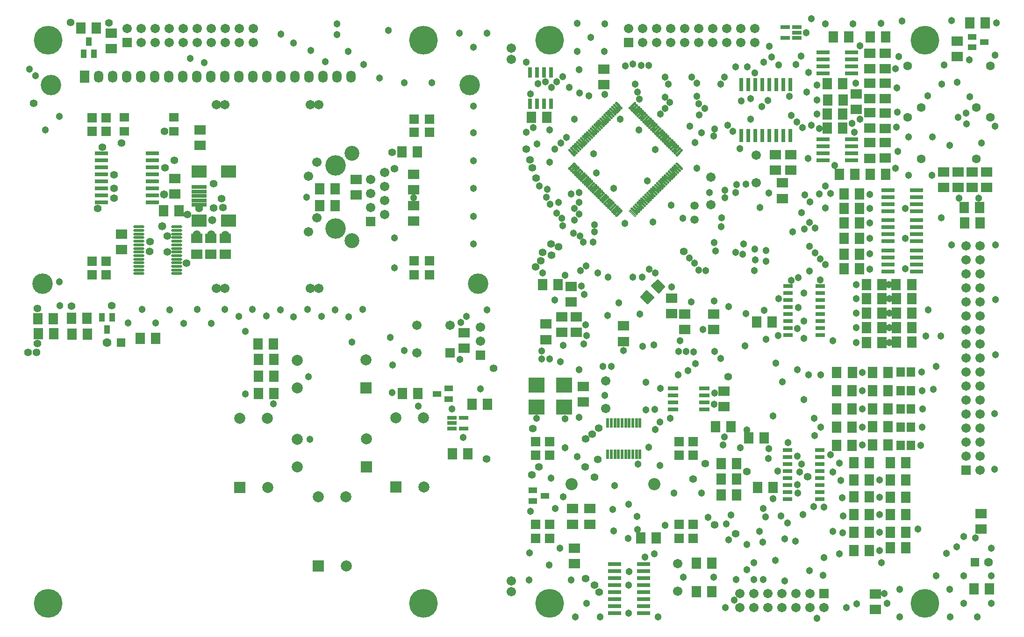
<source format=gts>
%FSLAX43Y43*%
%MOMM*%
G71*
G01*
G75*
%ADD10C,0.300*%
%ADD11R,1.800X1.600*%
%ADD12R,1.500X1.300*%
%ADD13O,1.800X0.350*%
%ADD14O,1.800X0.350*%
%ADD15R,2.500X0.500*%
%ADD16R,2.500X2.000*%
%ADD17R,1.600X1.800*%
%ADD18R,2.150X0.600*%
%ADD19R,2.150X0.600*%
%ADD20R,0.850X1.300*%
%ADD21R,1.300X0.850*%
%ADD22R,1.450X0.550*%
%ADD23R,1.450X0.550*%
%ADD24C,0.250*%
%ADD25R,0.300X1.600*%
%ADD26R,2.200X0.600*%
%ADD27R,2.700X2.500*%
%ADD28R,0.600X2.150*%
%ADD29R,1.550X0.600*%
%ADD30R,0.600X1.700*%
%ADD31R,1.300X1.500*%
%ADD32R,1.550X0.600*%
%ADD33R,2.200X0.550*%
%ADD34R,2.200X0.550*%
%ADD35R,2.200X0.600*%
%ADD36C,0.063*%
%ADD37R,0.600X2.150*%
%ADD38R,1.700X0.600*%
%ADD39R,1.700X0.600*%
%ADD40C,0.500*%
%ADD41C,1.000*%
%ADD42C,0.400*%
%ADD43C,0.600*%
%ADD44C,0.800*%
%ADD45C,0.100*%
%ADD46C,1.200*%
%ADD47R,1.500X1.500*%
%ADD48C,1.500*%
%ADD49C,1.800*%
%ADD50R,1.800X1.800*%
%ADD51O,1.500X2.000*%
%ADD52R,1.500X2.000*%
%ADD53R,1.400X1.400*%
%ADD54C,1.400*%
%ADD55C,2.500*%
%ADD56C,3.500*%
%ADD57C,5.000*%
%ADD58C,1.100*%
%ADD59C,1.500*%
%ADD60C,2.000*%
%ADD61C,1.300*%
%ADD62C,1.270*%
%ADD63R,0.950X0.900*%
%ADD64C,0.700*%
%ADD65R,2.003X1.803*%
%ADD66R,1.703X1.503*%
%ADD67O,2.003X0.553*%
%ADD68O,2.003X0.553*%
%ADD69R,2.703X0.703*%
%ADD70R,2.703X2.203*%
%ADD71R,1.803X2.003*%
%ADD72R,2.353X0.803*%
%ADD73R,2.353X0.803*%
%ADD74R,1.053X1.503*%
%ADD75R,1.503X1.053*%
%ADD76R,1.653X0.753*%
%ADD77R,1.653X0.753*%
%ADD78R,0.503X1.803*%
%ADD79R,2.403X0.803*%
%ADD80R,2.903X2.703*%
%ADD81R,0.803X2.353*%
%ADD82R,1.753X0.803*%
%ADD83R,0.803X1.903*%
%ADD84R,1.503X1.703*%
%ADD85R,1.753X0.803*%
%ADD86R,2.403X0.753*%
%ADD87R,2.403X0.753*%
%ADD88R,2.403X0.803*%
%ADD89R,0.803X2.353*%
%ADD90R,1.903X0.803*%
%ADD91R,1.903X0.803*%
%ADD92C,1.403*%
%ADD93R,1.703X1.703*%
%ADD94C,1.703*%
%ADD95C,2.003*%
%ADD96R,2.003X2.003*%
%ADD97O,1.703X2.203*%
%ADD98R,1.703X2.203*%
%ADD99R,1.603X1.603*%
%ADD100C,1.603*%
%ADD101C,2.703*%
%ADD102C,3.703*%
%ADD103C,5.203*%
%ADD104C,1.303*%
%ADD105C,1.703*%
%ADD106C,2.203*%
%ADD107C,1.503*%
%ADD108C,1.473*%
D42*
X101136Y87556D02*
X102020Y86673D01*
X101982Y86635D02*
G03*
X102020Y86673I19J19D01*
G01*
X101098Y87519D02*
X101982Y86635D01*
X101136Y87556D02*
G03*
X101098Y87519I-19J-19D01*
G01*
X119483Y86319D02*
X120367Y87203D01*
X120404Y87165D02*
G03*
X120367Y87203I-19J19D01*
G01*
X119520Y86281D02*
X120404Y87165D01*
X119483Y86319D02*
G03*
X119520Y86281I19J-19D01*
G01*
X116535Y61114D02*
X115402Y62248D01*
X116394Y63240D01*
X117528Y62107D01*
X116535Y61114D01*
Y61586D02*
X115873Y62248D01*
X116394Y62769D01*
X117056Y62107D01*
X116535Y61586D01*
Y62057D02*
X116345Y62248D01*
X116394Y62297D01*
X116585Y62107D01*
X116535Y62057D01*
X116465Y62159D02*
Y62195D01*
X114555Y59134D02*
X113422Y60268D01*
X114414Y61260D01*
X115548Y60127D01*
X114555Y59134D01*
Y59606D02*
X113893Y60268D01*
X114414Y60789D01*
X115076Y60127D01*
X114555Y59606D01*
Y60077D02*
X114365Y60268D01*
X114414Y60318D01*
X114605Y60127D01*
X114555Y60077D01*
X114485Y60179D02*
Y60215D01*
X103611Y90031D02*
X104494Y89147D01*
X104457Y89110D02*
G03*
X104494Y89147I19J19D01*
G01*
X103573Y89994D02*
X104457Y89110D01*
X103611Y90031D02*
G03*
X103573Y89994I-19J-19D01*
G01*
X100782Y87203D02*
X101666Y86319D01*
X101628Y86281D02*
G03*
X101666Y86319I19J19D01*
G01*
X100745Y87165D02*
X101628Y86281D01*
X100782Y87203D02*
G03*
X100745Y87165I-19J-19D01*
G01*
X100429Y86849D02*
X101312Y85965D01*
X101275Y85928D02*
G03*
X101312Y85965I19J19D01*
G01*
X100391Y86812D02*
X101275Y85928D01*
X100429Y86849D02*
G03*
X100391Y86812I-19J-19D01*
G01*
X113510Y78011D02*
X114394Y77127D01*
X114356Y77089D02*
G03*
X114394Y77127I19J19D01*
G01*
X113472Y77973D02*
X114356Y77089D01*
X113510Y78011D02*
G03*
X113472Y77973I-19J-19D01*
G01*
X119874Y84375D02*
X120758Y83491D01*
X120720Y83453D02*
G03*
X120758Y83491I19J19D01*
G01*
X119836Y84337D02*
X120720Y83453D01*
X119874Y84375D02*
G03*
X119836Y84337I-19J-19D01*
G01*
X119520Y84021D02*
X120404Y83137D01*
X120367Y83099D02*
G03*
X120404Y83137I19J19D01*
G01*
X119483Y83983D02*
X120367Y83099D01*
X119520Y84021D02*
G03*
X119483Y83983I-19J-19D01*
G01*
X118460Y82960D02*
X119344Y82076D01*
X119306Y82039D02*
G03*
X119344Y82076I19J19D01*
G01*
X118422Y82923D02*
X119306Y82039D01*
X118460Y82960D02*
G03*
X118422Y82923I-19J-19D01*
G01*
X118106Y82607D02*
X118990Y81723D01*
X118952Y81685D02*
G03*
X118990Y81723I19J19D01*
G01*
X118069Y82569D02*
X118952Y81685D01*
X118106Y82607D02*
G03*
X118069Y82569I-19J-19D01*
G01*
X117753Y82253D02*
X118637Y81369D01*
X118599Y81332D02*
G03*
X118637Y81369I19J19D01*
G01*
X117715Y82216D02*
X118599Y81332D01*
X117753Y82253D02*
G03*
X117715Y82216I-19J-19D01*
G01*
X117046Y81546D02*
X117929Y80662D01*
X117892Y80625D02*
G03*
X117929Y80662I19J19D01*
G01*
X117008Y81508D02*
X117892Y80625D01*
X117046Y81546D02*
G03*
X117008Y81508I-19J-19D01*
G01*
X116338Y80839D02*
X117222Y79955D01*
X117185Y79917D02*
G03*
X117222Y79955I19J19D01*
G01*
X116301Y80801D02*
X117185Y79917D01*
X116338Y80839D02*
G03*
X116301Y80801I-19J-19D01*
G01*
X115985Y80485D02*
X116869Y79602D01*
X116831Y79564D02*
G03*
X116869Y79602I19J19D01*
G01*
X115947Y80448D02*
X116831Y79564D01*
X115985Y80485D02*
G03*
X115947Y80448I-19J-19D01*
G01*
X115631Y80132D02*
X116515Y79248D01*
X116478Y79210D02*
G03*
X116515Y79248I19J19D01*
G01*
X115594Y80094D02*
X116478Y79210D01*
X115631Y80132D02*
G03*
X115594Y80094I-19J-19D01*
G01*
X115278Y79778D02*
X116162Y78894D01*
X116124Y78857D02*
G03*
X116162Y78894I19J19D01*
G01*
X115240Y79741D02*
X116124Y78857D01*
X115278Y79778D02*
G03*
X115240Y79741I-19J-19D01*
G01*
X114924Y79425D02*
X115808Y78541D01*
X115771Y78503D02*
G03*
X115808Y78541I19J19D01*
G01*
X114887Y79387D02*
X115771Y78503D01*
X114924Y79425D02*
G03*
X114887Y79387I-19J-19D01*
G01*
X114571Y79071D02*
X115455Y78187D01*
X115417Y78150D02*
G03*
X115455Y78187I19J19D01*
G01*
X114533Y79034D02*
X115417Y78150D01*
X114571Y79071D02*
G03*
X114533Y79034I-19J-19D01*
G01*
X114217Y78718D02*
X115101Y77834D01*
X115063Y77796D02*
G03*
X115101Y77834I19J19D01*
G01*
X114180Y78680D02*
X115063Y77796D01*
X114217Y78718D02*
G03*
X114180Y78680I-19J-19D01*
G01*
X113864Y78364D02*
X114747Y77480D01*
X114710Y77443D02*
G03*
X114747Y77480I19J19D01*
G01*
X113826Y78326D02*
X114710Y77443D01*
X113864Y78364D02*
G03*
X113826Y78326I-19J-19D01*
G01*
X113157Y77657D02*
X114040Y76773D01*
X114003Y76735D02*
G03*
X114040Y76773I19J19D01*
G01*
X113119Y77619D02*
X114003Y76735D01*
X113157Y77657D02*
G03*
X113119Y77619I-19J-19D01*
G01*
X112803Y77303D02*
X113687Y76420D01*
X113649Y76382D02*
G03*
X113687Y76420I19J19D01*
G01*
X112765Y77266D02*
X113649Y76382D01*
X112803Y77303D02*
G03*
X112765Y77266I-19J-19D01*
G01*
X112449Y76950D02*
X113333Y76066D01*
X113296Y76028D02*
G03*
X113333Y76066I19J19D01*
G01*
X112412Y76912D02*
X113296Y76028D01*
X112449Y76950D02*
G03*
X112412Y76912I-19J-19D01*
G01*
X112096Y76596D02*
X112980Y75712D01*
X112942Y75675D02*
G03*
X112980Y75712I19J19D01*
G01*
X112058Y76559D02*
X112942Y75675D01*
X112096Y76596D02*
G03*
X112058Y76559I-19J-19D01*
G01*
X111742Y76243D02*
X112626Y75359D01*
X112589Y75321D02*
G03*
X112626Y75359I19J19D01*
G01*
X111705Y76205D02*
X112589Y75321D01*
X111742Y76243D02*
G03*
X111705Y76205I-19J-19D01*
G01*
X111351Y94451D02*
X112235Y95335D01*
X112273Y95297D02*
G03*
X112235Y95335I-19J19D01*
G01*
X111389Y94413D02*
X112273Y95297D01*
X111351Y94451D02*
G03*
X111389Y94413I19J-19D01*
G01*
X111705Y94097D02*
X112589Y94981D01*
X112626Y94944D02*
G03*
X112589Y94981I-19J19D01*
G01*
X111742Y94060D02*
X112626Y94944D01*
X111705Y94097D02*
G03*
X111742Y94060I19J-19D01*
G01*
X112058Y93744D02*
X112942Y94628D01*
X112980Y94590D02*
G03*
X112942Y94628I-19J19D01*
G01*
X112096Y93706D02*
X112980Y94590D01*
X112058Y93744D02*
G03*
X112096Y93706I19J-19D01*
G01*
X112412Y93390D02*
X113296Y94274D01*
X113333Y94236D02*
G03*
X113296Y94274I-19J19D01*
G01*
X112449Y93353D02*
X113333Y94236D01*
X112412Y93390D02*
G03*
X112449Y93353I19J-19D01*
G01*
X112765Y93037D02*
X113649Y93920D01*
X113687Y93883D02*
G03*
X113649Y93920I-19J19D01*
G01*
X112803Y92999D02*
X113687Y93883D01*
X112765Y93037D02*
G03*
X112803Y92999I19J-19D01*
G01*
X113472Y92329D02*
X114356Y93213D01*
X114394Y93176D02*
G03*
X114356Y93213I-19J19D01*
G01*
X113510Y92292D02*
X114394Y93176D01*
X113472Y92329D02*
G03*
X113510Y92292I19J-19D01*
G01*
X113826Y91976D02*
X114710Y92860D01*
X114747Y92822D02*
G03*
X114710Y92860I-19J19D01*
G01*
X113864Y91938D02*
X114747Y92822D01*
X113826Y91976D02*
G03*
X113864Y91938I19J-19D01*
G01*
X114180Y91622D02*
X115063Y92506D01*
X115101Y92469D02*
G03*
X115063Y92506I-19J19D01*
G01*
X114217Y91585D02*
X115101Y92469D01*
X114180Y91622D02*
G03*
X114217Y91585I19J-19D01*
G01*
X114533Y91269D02*
X115417Y92153D01*
X115455Y92115D02*
G03*
X115417Y92153I-19J19D01*
G01*
X114571Y91231D02*
X115455Y92115D01*
X114533Y91269D02*
G03*
X114571Y91231I19J-19D01*
G01*
X114887Y90915D02*
X115771Y91799D01*
X115808Y91761D02*
G03*
X115771Y91799I-19J19D01*
G01*
X114924Y90878D02*
X115808Y91761D01*
X114887Y90915D02*
G03*
X114924Y90878I19J-19D01*
G01*
X115947Y89855D02*
X116831Y90738D01*
X116869Y90701D02*
G03*
X116831Y90738I-19J19D01*
G01*
X115985Y89817D02*
X116869Y90701D01*
X115947Y89855D02*
G03*
X115985Y89817I19J-19D01*
G01*
X116301Y89501D02*
X117185Y90385D01*
X117222Y90347D02*
G03*
X117185Y90385I-19J19D01*
G01*
X116338Y89463D02*
X117222Y90347D01*
X116301Y89501D02*
G03*
X116338Y89463I19J-19D01*
G01*
X117008Y88794D02*
X117892Y89678D01*
X117929Y89640D02*
G03*
X117892Y89678I-19J19D01*
G01*
X117046Y88756D02*
X117929Y89640D01*
X117008Y88794D02*
G03*
X117046Y88756I19J-19D01*
G01*
X117362Y88440D02*
X118245Y89324D01*
X118283Y89287D02*
G03*
X118245Y89324I-19J19D01*
G01*
X117399Y88403D02*
X118283Y89287D01*
X117362Y88440D02*
G03*
X117399Y88403I19J-19D01*
G01*
X117715Y88087D02*
X118599Y88971D01*
X118637Y88933D02*
G03*
X118599Y88971I-19J19D01*
G01*
X117753Y88049D02*
X118637Y88933D01*
X117715Y88087D02*
G03*
X117753Y88049I19J-19D01*
G01*
X118069Y87733D02*
X118952Y88617D01*
X118990Y88580D02*
G03*
X118952Y88617I-19J19D01*
G01*
X118106Y87696D02*
X118990Y88580D01*
X118069Y87733D02*
G03*
X118106Y87696I19J-19D01*
G01*
X118422Y87380D02*
X119306Y88264D01*
X119344Y88226D02*
G03*
X119306Y88264I-19J19D01*
G01*
X118460Y87342D02*
X119344Y88226D01*
X118422Y87380D02*
G03*
X118460Y87342I19J-19D01*
G01*
X118776Y87026D02*
X119660Y87910D01*
X119697Y87872D02*
G03*
X119660Y87910I-19J19D01*
G01*
X118813Y86989D02*
X119697Y87872D01*
X118776Y87026D02*
G03*
X118813Y86989I19J-19D01*
G01*
X119129Y86673D02*
X120013Y87556D01*
X120051Y87519D02*
G03*
X120013Y87556I-19J19D01*
G01*
X119167Y86635D02*
X120051Y87519D01*
X119129Y86673D02*
G03*
X119167Y86635I19J-19D01*
G01*
X119836Y85965D02*
X120720Y86849D01*
X120758Y86812D02*
G03*
X120720Y86849I-19J19D01*
G01*
X119874Y85928D02*
X120758Y86812D01*
X119836Y85965D02*
G03*
X119874Y85928I19J-19D01*
G01*
X101489Y87910D02*
X102373Y87026D01*
X102336Y86989D02*
G03*
X102373Y87026I19J19D01*
G01*
X101452Y87872D02*
X102336Y86989D01*
X101489Y87910D02*
G03*
X101452Y87872I-19J-19D01*
G01*
X101843Y88264D02*
X102727Y87380D01*
X102689Y87342D02*
G03*
X102727Y87380I19J19D01*
G01*
X101805Y88226D02*
X102689Y87342D01*
X101843Y88264D02*
G03*
X101805Y88226I-19J-19D01*
G01*
X102196Y88617D02*
X103080Y87733D01*
X103043Y87696D02*
G03*
X103080Y87733I19J19D01*
G01*
X102159Y88580D02*
X103043Y87696D01*
X102196Y88617D02*
G03*
X102159Y88580I-19J-19D01*
G01*
X102550Y88971D02*
X103434Y88087D01*
X103396Y88049D02*
G03*
X103434Y88087I19J19D01*
G01*
X102512Y88933D02*
X103396Y88049D01*
X102550Y88971D02*
G03*
X102512Y88933I-19J-19D01*
G01*
X102903Y89324D02*
X103787Y88440D01*
X103750Y88403D02*
G03*
X103787Y88440I19J19D01*
G01*
X102866Y89287D02*
X103750Y88403D01*
X102903Y89324D02*
G03*
X102866Y89287I-19J-19D01*
G01*
X103257Y89678D02*
X104141Y88794D01*
X104103Y88756D02*
G03*
X104141Y88794I19J19D01*
G01*
X103219Y89640D02*
X104103Y88756D01*
X103257Y89678D02*
G03*
X103219Y89640I-19J-19D01*
G01*
X103964Y90385D02*
X104848Y89501D01*
X104810Y89463D02*
G03*
X104848Y89501I19J19D01*
G01*
X103926Y90347D02*
X104810Y89463D01*
X103964Y90385D02*
G03*
X103926Y90347I-19J-19D01*
G01*
X104318Y90738D02*
X105202Y89855D01*
X105164Y89817D02*
G03*
X105202Y89855I19J19D01*
G01*
X104280Y90701D02*
X105164Y89817D01*
X104318Y90738D02*
G03*
X104280Y90701I-19J-19D01*
G01*
X104671Y91092D02*
X105555Y90208D01*
X105517Y90171D02*
G03*
X105555Y90208I19J19D01*
G01*
X104634Y91054D02*
X105517Y90171D01*
X104671Y91092D02*
G03*
X104634Y91054I-19J-19D01*
G01*
X105025Y91446D02*
X105909Y90562D01*
X105871Y90524D02*
G03*
X105909Y90562I19J19D01*
G01*
X104987Y91408D02*
X105871Y90524D01*
X105025Y91446D02*
G03*
X104987Y91408I-19J-19D01*
G01*
X105378Y91799D02*
X106262Y90915D01*
X106225Y90878D02*
G03*
X106262Y90915I19J19D01*
G01*
X105341Y91762D02*
X106225Y90878D01*
X105378Y91799D02*
G03*
X105341Y91762I-19J-19D01*
G01*
X105732Y92153D02*
X106616Y91269D01*
X106578Y91231D02*
G03*
X106616Y91269I19J19D01*
G01*
X105694Y92115D02*
X106578Y91231D01*
X105732Y92153D02*
G03*
X105694Y92115I-19J-19D01*
G01*
X106085Y92506D02*
X106969Y91622D01*
X106932Y91585D02*
G03*
X106969Y91622I19J19D01*
G01*
X106048Y92469D02*
X106932Y91585D01*
X106085Y92506D02*
G03*
X106048Y92469I-19J-19D01*
G01*
X106439Y92860D02*
X107323Y91976D01*
X107285Y91938D02*
G03*
X107323Y91976I19J19D01*
G01*
X106401Y92822D02*
X107285Y91938D01*
X106439Y92860D02*
G03*
X106401Y92822I-19J-19D01*
G01*
X106793Y93213D02*
X107676Y92329D01*
X107639Y92292D02*
G03*
X107676Y92329I19J19D01*
G01*
X106755Y93176D02*
X107639Y92292D01*
X106793Y93213D02*
G03*
X106755Y93176I-19J-19D01*
G01*
X107146Y93567D02*
X108030Y92683D01*
X107992Y92645D02*
G03*
X108030Y92683I19J19D01*
G01*
X107108Y93529D02*
X107992Y92645D01*
X107146Y93567D02*
G03*
X107108Y93529I-19J-19D01*
G01*
X107500Y93920D02*
X108384Y93037D01*
X108346Y92999D02*
G03*
X108384Y93037I19J19D01*
G01*
X107462Y93883D02*
X108346Y92999D01*
X107500Y93920D02*
G03*
X107462Y93883I-19J-19D01*
G01*
X107853Y94274D02*
X108737Y93390D01*
X108699Y93352D02*
G03*
X108737Y93390I19J19D01*
G01*
X107816Y94236D02*
X108699Y93352D01*
X107853Y94274D02*
G03*
X107816Y94236I-19J-19D01*
G01*
X108207Y94628D02*
X109091Y93744D01*
X109053Y93706D02*
G03*
X109091Y93744I19J19D01*
G01*
X108169Y94590D02*
X109053Y93706D01*
X108207Y94628D02*
G03*
X108169Y94590I-19J-19D01*
G01*
X108560Y94981D02*
X109444Y94097D01*
X109407Y94060D02*
G03*
X109444Y94097I19J19D01*
G01*
X108523Y94943D02*
X109407Y94060D01*
X108560Y94981D02*
G03*
X108523Y94943I-19J-19D01*
G01*
X108914Y95335D02*
X109798Y94451D01*
X109760Y94413D02*
G03*
X109798Y94451I19J19D01*
G01*
X108876Y95297D02*
X109760Y94413D01*
X108914Y95335D02*
G03*
X108876Y95297I-19J-19D01*
G01*
X108876Y75005D02*
X109760Y75889D01*
X109798Y75852D02*
G03*
X109760Y75889I-19J19D01*
G01*
X108914Y74968D02*
X109798Y75852D01*
X108876Y75005D02*
G03*
X108914Y74968I19J-19D01*
G01*
X107816Y76066D02*
X108699Y76950D01*
X108737Y76912D02*
G03*
X108699Y76950I-19J19D01*
G01*
X107853Y76028D02*
X108737Y76912D01*
X107816Y76066D02*
G03*
X107853Y76028I19J-19D01*
G01*
X107462Y76420D02*
X108346Y77303D01*
X108384Y77266D02*
G03*
X108346Y77303I-19J19D01*
G01*
X107500Y76382D02*
X108384Y77266D01*
X107462Y76420D02*
G03*
X107500Y76382I19J-19D01*
G01*
X107108Y76773D02*
X107992Y77657D01*
X108030Y77619D02*
G03*
X107992Y77657I-19J19D01*
G01*
X107146Y76735D02*
X108030Y77619D01*
X107108Y76773D02*
G03*
X107146Y76735I19J-19D01*
G01*
X106755Y77091D02*
X107639Y77975D01*
X107676Y77938D02*
G03*
X107639Y77975I-19J19D01*
G01*
X106793Y77054D02*
X107676Y77938D01*
X106755Y77091D02*
G03*
X106793Y77054I19J-19D01*
G01*
X106401Y77480D02*
X107285Y78364D01*
X107323Y78326D02*
G03*
X107285Y78364I-19J19D01*
G01*
X106439Y77443D02*
X107323Y78326D01*
X106401Y77480D02*
G03*
X106439Y77443I19J-19D01*
G01*
X106048Y77834D02*
X106932Y78718D01*
X106969Y78680D02*
G03*
X106932Y78718I-19J19D01*
G01*
X106085Y77796D02*
X106969Y78680D01*
X106048Y77834D02*
G03*
X106085Y77796I19J-19D01*
G01*
X105694Y78187D02*
X106578Y79071D01*
X106616Y79034D02*
G03*
X106578Y79071I-19J19D01*
G01*
X105732Y78150D02*
X106616Y79034D01*
X105694Y78187D02*
G03*
X105732Y78150I19J-19D01*
G01*
X105341Y78541D02*
X106225Y79425D01*
X106262Y79387D02*
G03*
X106225Y79425I-19J19D01*
G01*
X105378Y78503D02*
X106262Y79387D01*
X105341Y78541D02*
G03*
X105378Y78503I19J-19D01*
G01*
X104987Y78894D02*
X105871Y79778D01*
X105909Y79741D02*
G03*
X105871Y79778I-19J19D01*
G01*
X105025Y78857D02*
X105909Y79741D01*
X104987Y78894D02*
G03*
X105025Y78857I19J-19D01*
G01*
X104634Y79248D02*
X105517Y80132D01*
X105555Y80094D02*
G03*
X105517Y80132I-19J19D01*
G01*
X104671Y79210D02*
X105555Y80094D01*
X104634Y79248D02*
G03*
X104671Y79210I19J-19D01*
G01*
X104280Y79602D02*
X105164Y80485D01*
X105202Y80448D02*
G03*
X105164Y80485I-19J19D01*
G01*
X104318Y79564D02*
X105202Y80448D01*
X104280Y79602D02*
G03*
X104318Y79564I19J-19D01*
G01*
X103926Y79955D02*
X104810Y80839D01*
X104848Y80801D02*
G03*
X104810Y80839I-19J19D01*
G01*
X103964Y79917D02*
X104848Y80801D01*
X103926Y79955D02*
G03*
X103964Y79917I19J-19D01*
G01*
X103573Y80309D02*
X104457Y81193D01*
X104494Y81155D02*
G03*
X104457Y81193I-19J19D01*
G01*
X103611Y80271D02*
X104494Y81155D01*
X103573Y80309D02*
G03*
X103611Y80271I19J-19D01*
G01*
X103219Y80662D02*
X104103Y81546D01*
X104141Y81508D02*
G03*
X104103Y81546I-19J19D01*
G01*
X103257Y80625D02*
X104141Y81508D01*
X103219Y80662D02*
G03*
X103257Y80625I19J-19D01*
G01*
X102866Y81016D02*
X103750Y81900D01*
X103787Y81862D02*
G03*
X103750Y81900I-19J19D01*
G01*
X102903Y80978D02*
X103787Y81862D01*
X102866Y81016D02*
G03*
X102903Y80978I19J-19D01*
G01*
X102512Y81369D02*
X103396Y82253D01*
X103434Y82216D02*
G03*
X103396Y82253I-19J19D01*
G01*
X102550Y81332D02*
X103434Y82216D01*
X102512Y81369D02*
G03*
X102550Y81332I19J-19D01*
G01*
X102159Y81723D02*
X103043Y82607D01*
X103080Y82569D02*
G03*
X103043Y82607I-19J19D01*
G01*
X102196Y81685D02*
X103080Y82569D01*
X102159Y81723D02*
G03*
X102196Y81685I19J-19D01*
G01*
X101805Y82076D02*
X102689Y82960D01*
X102727Y82923D02*
G03*
X102689Y82960I-19J19D01*
G01*
X101843Y82039D02*
X102727Y82923D01*
X101805Y82076D02*
G03*
X101843Y82039I19J-19D01*
G01*
X101452Y82395D02*
X102336Y83278D01*
X102373Y83241D02*
G03*
X102336Y83278I-19J19D01*
G01*
X101489Y82357D02*
X102373Y83241D01*
X101452Y82395D02*
G03*
X101489Y82357I19J-19D01*
G01*
X101098Y82784D02*
X101982Y83667D01*
X102020Y83630D02*
G03*
X101982Y83667I-19J19D01*
G01*
X101136Y82746D02*
X102020Y83630D01*
X101098Y82784D02*
G03*
X101136Y82746I19J-19D01*
G01*
X116654Y89147D02*
X117538Y90031D01*
X117576Y89994D02*
G03*
X117538Y90031I-19J19D01*
G01*
X116692Y89110D02*
X117576Y89994D01*
X116654Y89147D02*
G03*
X116692Y89110I19J-19D01*
G01*
X115240Y90562D02*
X116124Y91446D01*
X116162Y91408D02*
G03*
X116124Y91446I-19J19D01*
G01*
X115278Y90524D02*
X116162Y91408D01*
X115240Y90562D02*
G03*
X115278Y90524I19J-19D01*
G01*
X115594Y90208D02*
X116478Y91092D01*
X116515Y91054D02*
G03*
X116478Y91092I-19J19D01*
G01*
X115631Y90171D02*
X116515Y91054D01*
X115594Y90208D02*
G03*
X115631Y90171I19J-19D01*
G01*
X118813Y83314D02*
X119697Y82430D01*
X119660Y82392D02*
G03*
X119697Y82430I19J19D01*
G01*
X118776Y83276D02*
X119660Y82392D01*
X118813Y83314D02*
G03*
X118776Y83276I-19J-19D01*
G01*
X119167Y83667D02*
X120051Y82784D01*
X120013Y82746D02*
G03*
X120051Y82784I19J19D01*
G01*
X119129Y83630D02*
X120013Y82746D01*
X119167Y83667D02*
G03*
X119129Y83630I-19J-19D01*
G01*
X100391Y83491D02*
X101275Y84374D01*
X101312Y84337D02*
G03*
X101275Y84374I-19J19D01*
G01*
X100429Y83453D02*
X101312Y84337D01*
X100391Y83491D02*
G03*
X100429Y83453I19J-19D01*
G01*
X100745Y83137D02*
X101628Y84021D01*
X101666Y83983D02*
G03*
X101628Y84021I-19J19D01*
G01*
X100782Y83099D02*
X101666Y83983D01*
X100745Y83137D02*
G03*
X100782Y83099I19J-19D01*
G01*
X108523Y75359D02*
X109407Y76243D01*
X109444Y76205D02*
G03*
X109407Y76243I-19J19D01*
G01*
X108560Y75321D02*
X109444Y76205D01*
X108523Y75359D02*
G03*
X108560Y75321I19J-19D01*
G01*
X116692Y81193D02*
X117576Y80309D01*
X117538Y80271D02*
G03*
X117576Y80309I19J19D01*
G01*
X116654Y81155D02*
X117538Y80271D01*
X116692Y81193D02*
G03*
X116654Y81155I-19J-19D01*
G01*
X117399Y81900D02*
X118283Y81016D01*
X118245Y80978D02*
G03*
X118283Y81016I19J19D01*
G01*
X117361Y81862D02*
X118245Y80978D01*
X117399Y81900D02*
G03*
X117361Y81862I-19J-19D01*
G01*
X113119Y92683D02*
X114003Y93567D01*
X114040Y93529D02*
G03*
X114003Y93567I-19J19D01*
G01*
X113157Y92645D02*
X114040Y93529D01*
X113119Y92683D02*
G03*
X113157Y92645I19J-19D01*
G01*
X108169Y75712D02*
X109053Y76596D01*
X109091Y76559D02*
G03*
X109053Y76596I-19J19D01*
G01*
X108207Y75675D02*
X109091Y76559D01*
X108169Y75712D02*
G03*
X108207Y75675I19J-19D01*
G01*
D45*
X112521Y74969D02*
X112271Y74719D01*
X111138Y75853D01*
X111388Y76102D01*
X112521Y74969D01*
X112403D02*
X112271Y74837D01*
X111256Y75853D01*
X111388Y75985D01*
X112403Y74969D01*
X112285D02*
X112271Y74955D01*
X111373Y75853D01*
X111388Y75867D01*
X112285Y74969D01*
X112229Y75030D02*
X111430Y75792D01*
D65*
X33515Y90460D02*
D03*
Y87660D02*
D03*
X35502Y67980D02*
D03*
X35502Y70780D02*
D03*
X38103Y67980D02*
D03*
X38103Y70780D02*
D03*
X32902Y67980D02*
D03*
X32902Y70780D02*
D03*
X19255Y68768D02*
D03*
Y71568D02*
D03*
X28957Y81670D02*
D03*
Y78870D02*
D03*
X81338Y53755D02*
D03*
X81338Y50955D02*
D03*
X17404Y105177D02*
D03*
Y107977D02*
D03*
X61816Y81520D02*
D03*
Y78720D02*
D03*
X72169Y76716D02*
D03*
Y73916D02*
D03*
Y79616D02*
D03*
Y82416D02*
D03*
X101332Y11891D02*
D03*
X101332Y14691D02*
D03*
X110246Y52149D02*
D03*
X110246Y54949D02*
D03*
X102983Y43948D02*
D03*
X102983Y41148D02*
D03*
X121309Y57074D02*
D03*
X121309Y54274D02*
D03*
X100770Y59299D02*
D03*
X100770Y62099D02*
D03*
X101659Y56624D02*
D03*
Y53824D02*
D03*
X99059Y56624D02*
D03*
Y53824D02*
D03*
X96181Y55287D02*
D03*
X96181Y52487D02*
D03*
X118946Y57149D02*
D03*
X118946Y59949D02*
D03*
X104133Y19043D02*
D03*
X154881Y98939D02*
D03*
Y96139D02*
D03*
X157671Y98954D02*
D03*
Y96154D02*
D03*
X157678Y101548D02*
D03*
Y104348D02*
D03*
X138971Y80854D02*
D03*
Y78054D02*
D03*
X157671Y88154D02*
D03*
X157671Y85354D02*
D03*
X157678Y90748D02*
D03*
Y93548D02*
D03*
X106643Y98688D02*
D03*
Y101488D02*
D03*
X170810Y80084D02*
D03*
Y82884D02*
D03*
X174981Y18139D02*
D03*
Y20939D02*
D03*
X128453Y43164D02*
D03*
Y40364D02*
D03*
X155892Y3598D02*
D03*
Y6398D02*
D03*
X101032Y21843D02*
D03*
Y19043D02*
D03*
X168210Y82884D02*
D03*
Y80084D02*
D03*
X176018Y82872D02*
D03*
X176018Y80072D02*
D03*
X154874Y101551D02*
D03*
Y104351D02*
D03*
X137768Y85964D02*
D03*
X137768Y83164D02*
D03*
X170667Y106528D02*
D03*
X154881Y88139D02*
D03*
Y85339D02*
D03*
X173411Y80084D02*
D03*
Y82884D02*
D03*
X154868Y90764D02*
D03*
Y93564D02*
D03*
X140568Y83164D02*
D03*
Y85964D02*
D03*
X170667Y103728D02*
D03*
X152421Y94178D02*
D03*
X152421Y96978D02*
D03*
X126562Y57139D02*
D03*
Y54339D02*
D03*
X104133Y21843D02*
D03*
D66*
X28807Y90223D02*
D03*
Y92723D02*
D03*
X19807D02*
D03*
X19807Y90223D02*
D03*
D67*
X29261Y64448D02*
D03*
Y65099D02*
D03*
Y65748D02*
D03*
Y66398D02*
D03*
Y67048D02*
D03*
Y67698D02*
D03*
Y68349D02*
D03*
Y68998D02*
D03*
Y69648D02*
D03*
Y70298D02*
D03*
Y70949D02*
D03*
Y71598D02*
D03*
Y72248D02*
D03*
Y72898D02*
D03*
X22461Y64448D02*
D03*
Y65099D02*
D03*
Y65748D02*
D03*
Y66398D02*
D03*
Y67048D02*
D03*
Y67698D02*
D03*
Y68349D02*
D03*
Y68998D02*
D03*
Y69648D02*
D03*
Y70298D02*
D03*
Y70949D02*
D03*
Y71598D02*
D03*
Y72248D02*
D03*
D68*
X22461Y72898D02*
D03*
D69*
X33381Y76900D02*
D03*
Y77700D02*
D03*
Y78500D02*
D03*
Y79300D02*
D03*
X33361Y80100D02*
D03*
D70*
X33381Y74050D02*
D03*
X38653D02*
D03*
X33381Y82950D02*
D03*
X38653D02*
D03*
D71*
X29695Y75812D02*
D03*
X26895Y75813D02*
D03*
X14753Y108927D02*
D03*
X11953D02*
D03*
X44063Y48907D02*
D03*
X46863D02*
D03*
X44063Y42707D02*
D03*
X46863D02*
D03*
X44063Y45807D02*
D03*
X46863D02*
D03*
X70163Y42707D02*
D03*
X72963Y42707D02*
D03*
X44000Y51700D02*
D03*
X46800D02*
D03*
X82013Y31757D02*
D03*
X79213Y31757D02*
D03*
X70068Y86472D02*
D03*
X72868D02*
D03*
X57957Y76709D02*
D03*
X55157D02*
D03*
X57957Y79809D02*
D03*
X55157D02*
D03*
X10262Y56329D02*
D03*
X13062Y56329D02*
D03*
X6945Y56295D02*
D03*
X4145D02*
D03*
X4206Y53542D02*
D03*
X7006Y53542D02*
D03*
X13094Y53499D02*
D03*
X10294Y53499D02*
D03*
X25494Y52712D02*
D03*
X22694Y52712D02*
D03*
X85610Y40767D02*
D03*
X82810Y40767D02*
D03*
X113334Y16513D02*
D03*
X116133D02*
D03*
X126218Y11961D02*
D03*
X123418Y11961D02*
D03*
X98375Y62402D02*
D03*
X95575D02*
D03*
X129670Y36703D02*
D03*
X126870Y36703D02*
D03*
X130720Y24350D02*
D03*
X127920Y24350D02*
D03*
X130694Y27201D02*
D03*
X127894Y27201D02*
D03*
Y30002D02*
D03*
X130694Y30002D02*
D03*
X159677Y59873D02*
D03*
X162477Y59873D02*
D03*
X155387Y46558D02*
D03*
X158187Y46558D02*
D03*
X175730Y109885D02*
D03*
X172930Y109885D02*
D03*
X158562Y27045D02*
D03*
X137287Y25710D02*
D03*
X134487D02*
D03*
X148259Y107325D02*
D03*
X151059D02*
D03*
X137161Y55668D02*
D03*
X134361D02*
D03*
X152127Y82404D02*
D03*
X149327Y82404D02*
D03*
X154779Y30160D02*
D03*
X151979Y30160D02*
D03*
X154937Y82408D02*
D03*
X157737D02*
D03*
X176487Y7358D02*
D03*
X173687D02*
D03*
X154787Y14258D02*
D03*
X151987D02*
D03*
X158562Y14747D02*
D03*
X161362D02*
D03*
X154787Y17558D02*
D03*
X151987D02*
D03*
X158562Y17545D02*
D03*
X161362D02*
D03*
X154787Y20758D02*
D03*
X151987Y20758D02*
D03*
X158562Y20745D02*
D03*
X161362D02*
D03*
X153012Y73595D02*
D03*
X152962Y67945D02*
D03*
X154787Y23958D02*
D03*
X151987D02*
D03*
X158562Y23945D02*
D03*
X161362D02*
D03*
X154276Y51971D02*
D03*
X157076D02*
D03*
X162502Y52008D02*
D03*
X159702D02*
D03*
X153012Y70795D02*
D03*
X153024Y65301D02*
D03*
X154787Y27058D02*
D03*
X151987Y27058D02*
D03*
X161362Y27045D02*
D03*
X155387Y33358D02*
D03*
X158187D02*
D03*
X151662Y33345D02*
D03*
X148862D02*
D03*
X162477Y54671D02*
D03*
X159677Y54671D02*
D03*
X158187Y36658D02*
D03*
X155387D02*
D03*
X148862Y36645D02*
D03*
X151662D02*
D03*
X147137Y98808D02*
D03*
X149937Y98808D02*
D03*
X155387Y39958D02*
D03*
X158187D02*
D03*
X148862Y39945D02*
D03*
X151662D02*
D03*
X149987Y95908D02*
D03*
X147187Y95908D02*
D03*
X174818Y73620D02*
D03*
X172018D02*
D03*
X155387Y43258D02*
D03*
X158187D02*
D03*
X157737Y107308D02*
D03*
X154937D02*
D03*
X148862Y43245D02*
D03*
X151662D02*
D03*
X158562Y30145D02*
D03*
X161362Y30145D02*
D03*
X151674Y46551D02*
D03*
X148874D02*
D03*
X150162Y78845D02*
D03*
X152962Y78845D02*
D03*
X150162Y76245D02*
D03*
X152962Y76245D02*
D03*
X147137Y93358D02*
D03*
X149937D02*
D03*
X171980Y76427D02*
D03*
X174780D02*
D03*
X149912Y90795D02*
D03*
X147112Y90795D02*
D03*
X150212Y73595D02*
D03*
X150162Y67945D02*
D03*
X150212Y70795D02*
D03*
X150224Y65301D02*
D03*
X96337Y92708D02*
D03*
X93537D02*
D03*
X132896Y34665D02*
D03*
X135696Y34665D02*
D03*
X123418Y6809D02*
D03*
X126218Y6809D02*
D03*
X159627Y62423D02*
D03*
X162427D02*
D03*
X157068Y62426D02*
D03*
X154268D02*
D03*
X157068Y59875D02*
D03*
X154268D02*
D03*
X157068Y54674D02*
D03*
X154268D02*
D03*
X157068Y57274D02*
D03*
X154268Y57274D02*
D03*
X162477Y57272D02*
D03*
X159677D02*
D03*
D72*
X24880Y78596D02*
D03*
Y79866D02*
D03*
Y81136D02*
D03*
Y82406D02*
D03*
Y83676D02*
D03*
Y86216D02*
D03*
X15630Y78596D02*
D03*
Y79866D02*
D03*
Y81136D02*
D03*
Y82406D02*
D03*
Y83676D02*
D03*
Y86216D02*
D03*
X24880Y77326D02*
D03*
X15630D02*
D03*
X24880Y84946D02*
D03*
D73*
X15630Y84946D02*
D03*
D74*
X14305Y104298D02*
D03*
X13355Y106498D02*
D03*
X12405Y104298D02*
D03*
X16648Y54319D02*
D03*
X17598Y56519D02*
D03*
X15698D02*
D03*
D75*
X76402Y42652D02*
D03*
X78602Y41702D02*
D03*
Y43602D02*
D03*
X93822Y23255D02*
D03*
Y25154D02*
D03*
X96022Y24205D02*
D03*
X173422Y105426D02*
D03*
X173422Y107326D02*
D03*
X175622Y106376D02*
D03*
D76*
X81275Y38300D02*
D03*
Y36400D02*
D03*
X79125D02*
D03*
Y37350D02*
D03*
X141633Y107151D02*
D03*
Y108101D02*
D03*
Y109051D02*
D03*
X139483D02*
D03*
D77*
X79125Y38300D02*
D03*
X139483Y107151D02*
D03*
D78*
X107377Y31710D02*
D03*
X108027D02*
D03*
X108677D02*
D03*
X109327D02*
D03*
X109977D02*
D03*
X110627D02*
D03*
X111277D02*
D03*
X112577D02*
D03*
X113227D02*
D03*
X107377Y37410D02*
D03*
X108027D02*
D03*
X108677D02*
D03*
X109327D02*
D03*
X109977D02*
D03*
X110627D02*
D03*
X111277D02*
D03*
X111927D02*
D03*
X112577D02*
D03*
X113227D02*
D03*
X111927Y31710D02*
D03*
D79*
X113852Y2908D02*
D03*
Y5448D02*
D03*
Y9258D02*
D03*
X113852Y10528D02*
D03*
X113852Y11798D02*
D03*
X108652Y4178D02*
D03*
X108652Y5448D02*
D03*
Y11798D02*
D03*
X146374Y88756D02*
D03*
Y87486D02*
D03*
Y86216D02*
D03*
Y84946D02*
D03*
X151574Y88756D02*
D03*
Y87486D02*
D03*
Y86216D02*
D03*
X151585Y102019D02*
D03*
Y103289D02*
D03*
Y104559D02*
D03*
X146385D02*
D03*
X113852Y4178D02*
D03*
X108652Y2908D02*
D03*
Y9258D02*
D03*
X108652Y6718D02*
D03*
Y10528D02*
D03*
D80*
X99474Y44261D02*
D03*
X94474D02*
D03*
X94474Y40261D02*
D03*
X99474Y40261D02*
D03*
D81*
X136609Y89426D02*
D03*
X140419Y98676D02*
D03*
X132799D02*
D03*
X134069Y98676D02*
D03*
X131529Y89426D02*
D03*
D82*
X139999Y59606D02*
D03*
X139954Y29949D02*
D03*
X139999Y60876D02*
D03*
X145804Y26139D02*
D03*
X145804Y24869D02*
D03*
X139999Y58336D02*
D03*
Y54526D02*
D03*
X145849Y55796D02*
D03*
X139999Y57066D02*
D03*
Y55796D02*
D03*
Y62146D02*
D03*
D83*
X93319Y95201D02*
D03*
X95859D02*
D03*
X97129D02*
D03*
X93319Y100901D02*
D03*
X94589D02*
D03*
X97129D02*
D03*
X94589Y95201D02*
D03*
X95859Y100901D02*
D03*
D84*
X160433Y43207D02*
D03*
X162333D02*
D03*
X160433Y46608D02*
D03*
X162333D02*
D03*
Y33346D02*
D03*
X160433D02*
D03*
X162333Y36646D02*
D03*
X160433D02*
D03*
X162333Y39946D02*
D03*
X160433D02*
D03*
D85*
X139954Y31219D02*
D03*
Y23599D02*
D03*
Y28679D02*
D03*
Y27409D02*
D03*
Y26139D02*
D03*
X145804Y32489D02*
D03*
Y31219D02*
D03*
Y29949D02*
D03*
X139954Y24869D02*
D03*
X145804Y23599D02*
D03*
Y28679D02*
D03*
Y27409D02*
D03*
X139999Y53256D02*
D03*
X145849Y62146D02*
D03*
Y60876D02*
D03*
Y59606D02*
D03*
Y58336D02*
D03*
Y57066D02*
D03*
Y54526D02*
D03*
Y53256D02*
D03*
X139954Y32489D02*
D03*
D86*
X163336Y64801D02*
D03*
Y66071D02*
D03*
Y68611D02*
D03*
X158136Y64801D02*
D03*
Y66071D02*
D03*
Y67341D02*
D03*
Y68611D02*
D03*
X163324Y70296D02*
D03*
Y71566D02*
D03*
Y72836D02*
D03*
Y74106D02*
D03*
X158124Y70296D02*
D03*
Y71566D02*
D03*
Y72836D02*
D03*
Y74106D02*
D03*
X163324Y75696D02*
D03*
Y76966D02*
D03*
Y78236D02*
D03*
Y79506D02*
D03*
X158124Y75696D02*
D03*
Y76966D02*
D03*
Y78236D02*
D03*
Y79506D02*
D03*
D87*
X163336Y67341D02*
D03*
D88*
X151574Y84946D02*
D03*
X146385Y100749D02*
D03*
Y102019D02*
D03*
Y103289D02*
D03*
X151585Y100749D02*
D03*
X113852Y6718D02*
D03*
Y7988D02*
D03*
X108652D02*
D03*
D89*
X139149Y98676D02*
D03*
X137879D02*
D03*
X131529D02*
D03*
X140419Y89426D02*
D03*
X139149D02*
D03*
X137879D02*
D03*
X134069D02*
D03*
X132799D02*
D03*
X136609Y98676D02*
D03*
X135339D02*
D03*
Y89426D02*
D03*
D90*
X124905Y39857D02*
D03*
Y43667D02*
D03*
X119205Y42397D02*
D03*
Y43667D02*
D03*
D91*
X124905Y41127D02*
D03*
Y42397D02*
D03*
X119205Y41127D02*
D03*
Y39857D02*
D03*
D92*
X35961Y80700D02*
D03*
Y76300D02*
D03*
X10053Y109900D02*
D03*
X16997Y109828D02*
D03*
X4051Y58115D02*
D03*
X3351Y95324D02*
D03*
X86722Y47300D02*
D03*
X85422Y30858D02*
D03*
X17905Y82371D02*
D03*
X19255Y88122D02*
D03*
X17955Y79870D02*
D03*
X15854Y87322D02*
D03*
X17905Y78120D02*
D03*
X15004Y76269D02*
D03*
X38110Y71518D02*
D03*
X35509Y71618D02*
D03*
X37659Y76419D02*
D03*
X33358Y76269D02*
D03*
X32908Y71618D02*
D03*
X27557Y68367D02*
D03*
X31097Y66317D02*
D03*
X27607Y71218D02*
D03*
X24356Y68467D02*
D03*
X24456Y70268D02*
D03*
X27207Y83621D02*
D03*
X27057Y90223D02*
D03*
X28857Y84971D02*
D03*
X31258Y75119D02*
D03*
X2401Y50163D02*
D03*
X3901D02*
D03*
X4051Y51763D02*
D03*
X10253Y58565D02*
D03*
X17554Y58600D02*
D03*
X37409Y78020D02*
D03*
X68317Y86372D02*
D03*
X68717Y83421D02*
D03*
X122855Y27208D02*
D03*
X132557Y28558D02*
D03*
X126756Y18956D02*
D03*
X130507Y17305D02*
D03*
X129207Y45801D02*
D03*
X143560Y27658D02*
D03*
X125005Y30009D02*
D03*
X92597Y86973D02*
D03*
X105000Y8003D02*
D03*
Y27558D02*
D03*
X93598Y27958D02*
D03*
X93297Y85072D02*
D03*
X94898Y29408D02*
D03*
X103350Y9203D02*
D03*
X103300Y29458D02*
D03*
X93748Y83572D02*
D03*
X93798Y36360D02*
D03*
X105751Y36460D02*
D03*
X105801Y6753D02*
D03*
X105601Y30759D02*
D03*
X94398Y81722D02*
D03*
X94348Y65618D02*
D03*
X95248Y66768D02*
D03*
X95598Y68268D02*
D03*
X97198Y67768D02*
D03*
X97098Y69819D02*
D03*
X98499Y69319D02*
D03*
X104550Y35360D02*
D03*
X103350Y34460D02*
D03*
X121155Y68418D02*
D03*
D93*
X14000Y92700D02*
D03*
X16500D02*
D03*
X14000Y90200D02*
D03*
X16500D02*
D03*
X14000Y66700D02*
D03*
X16500D02*
D03*
X14000Y64200D02*
D03*
X16500D02*
D03*
X20350Y106300D02*
D03*
X78809Y50101D02*
D03*
X75069Y66716D02*
D03*
X72269Y66716D02*
D03*
X72269Y64216D02*
D03*
Y90016D02*
D03*
Y92416D02*
D03*
X75069Y64216D02*
D03*
X75069Y90016D02*
D03*
X64419Y73871D02*
D03*
X75069Y92416D02*
D03*
X84321Y49663D02*
D03*
X146561Y6501D02*
D03*
X96822Y34001D02*
D03*
X120322D02*
D03*
X122822D02*
D03*
X94322Y31501D02*
D03*
X120322D02*
D03*
X122822D02*
D03*
X172274Y28851D02*
D03*
X111174Y106301D02*
D03*
X94322Y19001D02*
D03*
Y16501D02*
D03*
X96822Y19001D02*
D03*
Y16501D02*
D03*
X120322Y19001D02*
D03*
Y16501D02*
D03*
X122822Y19001D02*
D03*
Y16501D02*
D03*
X94322Y34001D02*
D03*
X96822Y31501D02*
D03*
D94*
X22890Y106300D02*
D03*
X22890Y108840D02*
D03*
X25430Y106300D02*
D03*
Y108840D02*
D03*
X27970Y106300D02*
D03*
X27970Y108840D02*
D03*
X30510Y106300D02*
D03*
Y108840D02*
D03*
X33050Y106300D02*
D03*
Y108840D02*
D03*
X35590Y106300D02*
D03*
Y108840D02*
D03*
X38130Y106300D02*
D03*
Y108840D02*
D03*
X40670Y106300D02*
D03*
Y108840D02*
D03*
X43210Y106300D02*
D03*
Y108840D02*
D03*
X20350D02*
D03*
X78809Y55101D02*
D03*
X72809Y55101D02*
D03*
Y50101D02*
D03*
X53169Y82116D02*
D03*
X54689Y74546D02*
D03*
X66969Y80221D02*
D03*
X64419Y76411D02*
D03*
X66969Y75141D02*
D03*
X54689Y84626D02*
D03*
X53169Y72006D02*
D03*
X64419Y78951D02*
D03*
X66969Y77681D02*
D03*
X66969Y82761D02*
D03*
X64419Y81491D02*
D03*
X84321Y54743D02*
D03*
Y52203D02*
D03*
X133861Y3961D02*
D03*
Y6501D02*
D03*
X131321Y3961D02*
D03*
Y6501D02*
D03*
X141481Y3961D02*
D03*
X146561Y3961D02*
D03*
X144021Y6501D02*
D03*
X144021Y3961D02*
D03*
X141481Y6501D02*
D03*
X138941D02*
D03*
Y3961D02*
D03*
X136401Y6501D02*
D03*
Y3961D02*
D03*
X174814Y46631D02*
D03*
X107051Y39969D02*
D03*
X107051Y44969D02*
D03*
X120054Y6911D02*
D03*
X120054Y11911D02*
D03*
X174814Y49171D02*
D03*
X172274D02*
D03*
X172274Y51711D02*
D03*
X172274Y33931D02*
D03*
X172274Y64411D02*
D03*
X174814Y61871D02*
D03*
X172274Y61871D02*
D03*
X174814Y59331D02*
D03*
X172274D02*
D03*
X174814Y56791D02*
D03*
X172274D02*
D03*
X174814Y54251D02*
D03*
X172274Y54251D02*
D03*
X174814Y69491D02*
D03*
X172274Y69491D02*
D03*
X174814Y66951D02*
D03*
X172274D02*
D03*
X174814Y44091D02*
D03*
Y51711D02*
D03*
Y64411D02*
D03*
X172274Y39011D02*
D03*
X121334Y108841D02*
D03*
X116254D02*
D03*
X113714D02*
D03*
X113714Y106301D02*
D03*
X111174Y108841D02*
D03*
X126414Y106301D02*
D03*
X131494D02*
D03*
X118794Y108841D02*
D03*
X126075Y81943D02*
D03*
Y76943D02*
D03*
X134274Y80859D02*
D03*
Y85859D02*
D03*
X116254Y106301D02*
D03*
X118794D02*
D03*
X121334Y106301D02*
D03*
X123874Y106301D02*
D03*
X128954Y106301D02*
D03*
Y108841D02*
D03*
X131494D02*
D03*
X134034Y106301D02*
D03*
Y108841D02*
D03*
X123874Y108841D02*
D03*
X126414D02*
D03*
X53500Y61785D02*
D03*
X55000D02*
D03*
X53500Y95065D02*
D03*
X55000D02*
D03*
X38000Y95065D02*
D03*
X36500D02*
D03*
X38000Y61800D02*
D03*
X36500D02*
D03*
X89924Y8801D02*
D03*
Y6801D02*
D03*
X89874Y103251D02*
D03*
Y105251D02*
D03*
D95*
X63600Y48830D02*
D03*
X51100Y48750D02*
D03*
Y43750D02*
D03*
X45780Y25700D02*
D03*
X45700Y38200D02*
D03*
X40700D02*
D03*
X51150Y34400D02*
D03*
X63650Y34480D02*
D03*
X51150Y29400D02*
D03*
X74050Y25800D02*
D03*
X73970Y38300D02*
D03*
X68970Y38300D02*
D03*
X59980Y11500D02*
D03*
X59900Y24000D02*
D03*
X54900D02*
D03*
D96*
X63600Y43750D02*
D03*
X40700Y25700D02*
D03*
X63650Y29400D02*
D03*
X68970Y25800D02*
D03*
X54900Y11500D02*
D03*
D97*
X27813Y100131D02*
D03*
X55753D02*
D03*
X53213D02*
D03*
X50673D02*
D03*
X48133D02*
D03*
X45593D02*
D03*
X43053D02*
D03*
X40513D02*
D03*
X37973D02*
D03*
X35433D02*
D03*
X32893D02*
D03*
X20193D02*
D03*
X17653D02*
D03*
X25273D02*
D03*
X22733D02*
D03*
X58293D02*
D03*
X15113D02*
D03*
X30353D02*
D03*
X60833D02*
D03*
D98*
X12573D02*
D03*
D99*
X19185Y51936D02*
D03*
X173886Y12143D02*
D03*
D100*
X16685Y51936D02*
D03*
X176386Y12143D02*
D03*
X164180Y94541D02*
D03*
X174180D02*
D03*
X176680Y102041D02*
D03*
X161680D02*
D03*
X164180Y85241D02*
D03*
X174180D02*
D03*
X176680Y92741D02*
D03*
X161680D02*
D03*
D101*
X61069Y70416D02*
D03*
Y86216D02*
D03*
D102*
X58069Y84016D02*
D03*
Y72616D02*
D03*
X82400Y98600D02*
D03*
X83900Y62650D02*
D03*
X4950D02*
D03*
X6500Y98600D02*
D03*
D103*
X6000Y106700D02*
D03*
X6000Y4700D02*
D03*
X74000Y4700D02*
D03*
X74000Y106700D02*
D03*
X164824Y106701D02*
D03*
X164824Y4701D02*
D03*
X96824D02*
D03*
X96824Y106701D02*
D03*
D104*
X135534Y9002D02*
D03*
X133871D02*
D03*
X128682Y3951D02*
D03*
X130633Y9002D02*
D03*
X98872Y88122D02*
D03*
X97772Y87022D02*
D03*
X99925Y89151D02*
D03*
X85472Y57865D02*
D03*
X8002Y92900D02*
D03*
X5501Y90473D02*
D03*
X68017Y52913D02*
D03*
X70518Y50463D02*
D03*
X83021Y69768D02*
D03*
Y74800D02*
D03*
Y79900D02*
D03*
Y84900D02*
D03*
X83050Y89923D02*
D03*
X83021Y94800D02*
D03*
X75519Y99025D02*
D03*
X70518D02*
D03*
X66017Y99900D02*
D03*
X63166Y102300D02*
D03*
X60350Y104726D02*
D03*
X56214Y102800D02*
D03*
X53550Y104876D02*
D03*
X67667Y108500D02*
D03*
X83021Y105427D02*
D03*
X85472Y107977D02*
D03*
X80470D02*
D03*
X8002Y62966D02*
D03*
X63016Y57965D02*
D03*
X60450Y56614D02*
D03*
X58015Y57900D02*
D03*
X55514Y56664D02*
D03*
X53013Y57965D02*
D03*
X50450Y56614D02*
D03*
X48062Y57900D02*
D03*
X45511Y56764D02*
D03*
X43011Y57965D02*
D03*
X40510Y56700D02*
D03*
X38010Y57965D02*
D03*
X35509Y55400D02*
D03*
X33008Y57965D02*
D03*
X30550Y55414D02*
D03*
X28007Y57900D02*
D03*
X25506Y55500D02*
D03*
X23006Y57965D02*
D03*
X20450Y55464D02*
D03*
X8102Y58665D02*
D03*
X72218Y78170D02*
D03*
X52863Y78270D02*
D03*
X80720Y55614D02*
D03*
X81750Y56650D02*
D03*
X41750Y54000D02*
D03*
Y42650D02*
D03*
X79125Y39900D02*
D03*
X84300Y43550D02*
D03*
X81150Y34750D02*
D03*
X58315Y107727D02*
D03*
X68350Y42900D02*
D03*
X68400Y47900D02*
D03*
X58293Y109678D02*
D03*
X50450Y106200D02*
D03*
X48150Y107850D02*
D03*
X3751Y100275D02*
D03*
X2598Y101476D02*
D03*
X31750Y103450D02*
D03*
X34250Y102650D02*
D03*
X53150Y45800D02*
D03*
X53450Y34400D02*
D03*
X61050Y52000D02*
D03*
X73050Y40400D02*
D03*
X46850Y40850D02*
D03*
X80570Y48862D02*
D03*
X68717Y65466D02*
D03*
Y70918D02*
D03*
X173944Y16554D02*
D03*
X170593Y14954D02*
D03*
X163541Y18155D02*
D03*
X137309Y38611D02*
D03*
X126656Y40761D02*
D03*
X127806Y49063D02*
D03*
X126706Y42762D02*
D03*
Y50364D02*
D03*
X132207Y51314D02*
D03*
X148162Y52264D02*
D03*
X136058Y52564D02*
D03*
X142874Y52714D02*
D03*
X158414Y51964D02*
D03*
X152362D02*
D03*
X123155Y88173D02*
D03*
X116853Y37511D02*
D03*
X116903Y43662D02*
D03*
X113603Y63767D02*
D03*
X103390Y55149D02*
D03*
X103027Y51699D02*
D03*
X103577Y53250D02*
D03*
X102602Y62187D02*
D03*
X123824Y65051D02*
D03*
X123224Y48101D02*
D03*
X103152Y60687D02*
D03*
X97776Y59651D02*
D03*
X98776Y48499D02*
D03*
X113728Y51248D02*
D03*
X111952Y63787D02*
D03*
X99676Y64103D02*
D03*
X136408Y95825D02*
D03*
X141460Y102277D02*
D03*
X138309Y102227D02*
D03*
X131357Y32909D02*
D03*
X136508Y30909D02*
D03*
X132583Y36109D02*
D03*
X135724Y57766D02*
D03*
X136558Y32709D02*
D03*
X151662Y91624D02*
D03*
X145311Y93358D02*
D03*
X144260Y91274D02*
D03*
X143410Y97326D02*
D03*
X133258Y96175D02*
D03*
X102300Y97126D02*
D03*
X93348Y97025D02*
D03*
X156663Y17551D02*
D03*
Y23951D02*
D03*
X116024Y86923D02*
D03*
X143960Y10654D02*
D03*
X126605Y89322D02*
D03*
X126705Y90673D02*
D03*
X156663Y27058D02*
D03*
X136074Y68651D02*
D03*
X136574Y79001D02*
D03*
X134924Y76451D02*
D03*
X125824Y79151D02*
D03*
X123524Y83551D02*
D03*
X103452Y65787D02*
D03*
X147724Y31601D02*
D03*
X159924Y86551D02*
D03*
X141760Y31359D02*
D03*
X142474Y75501D02*
D03*
X130274Y5301D02*
D03*
X100724Y78851D02*
D03*
X132374Y57201D02*
D03*
X113202Y57137D02*
D03*
X109352Y59137D02*
D03*
X107352Y56837D02*
D03*
X108451Y79921D02*
D03*
X114524Y81201D02*
D03*
X113024Y90451D02*
D03*
X109674Y92401D02*
D03*
X104800Y86151D02*
D03*
X105274Y82651D02*
D03*
X132574Y10751D02*
D03*
X134824Y17751D02*
D03*
X148124D02*
D03*
Y28501D02*
D03*
X135574Y21901D02*
D03*
X140324Y96601D02*
D03*
X164368Y43245D02*
D03*
X164374Y39951D02*
D03*
X164368Y36645D02*
D03*
X164115Y33309D02*
D03*
X164274Y46601D02*
D03*
X143710Y85273D02*
D03*
X132624Y101877D02*
D03*
X153513Y36651D02*
D03*
X138259Y53214D02*
D03*
X141724Y47001D02*
D03*
X141810Y24657D02*
D03*
X156663Y14255D02*
D03*
Y20745D02*
D03*
X137824Y48201D02*
D03*
X152012Y90024D02*
D03*
X153063Y105728D02*
D03*
X148474Y84051D02*
D03*
X142724Y20801D02*
D03*
X142110Y28458D02*
D03*
X141710Y26208D02*
D03*
X139924Y19251D02*
D03*
X141424Y15951D02*
D03*
X159474Y101551D02*
D03*
X154874Y68001D02*
D03*
X153513Y39951D02*
D03*
X142874Y41651D02*
D03*
X142510Y29959D02*
D03*
X153513Y46560D02*
D03*
Y43251D02*
D03*
X139024Y44851D02*
D03*
X138159Y28658D02*
D03*
X154874Y65273D02*
D03*
Y73595D02*
D03*
X174574Y78101D02*
D03*
X171024Y78120D02*
D03*
X170824Y92751D02*
D03*
X172374Y91551D02*
D03*
X159674Y90951D02*
D03*
X154874Y70795D02*
D03*
Y78801D02*
D03*
Y76251D02*
D03*
X153513Y33358D02*
D03*
X144824Y35051D02*
D03*
X144660Y22257D02*
D03*
X144774Y38251D02*
D03*
X137335Y23656D02*
D03*
X141610Y91874D02*
D03*
X122624Y100001D02*
D03*
X117724D02*
D03*
X123524Y98951D02*
D03*
X118324Y98801D02*
D03*
X123524Y96551D02*
D03*
X117752Y96424D02*
D03*
X118603Y95424D02*
D03*
X124974Y94351D02*
D03*
X117752Y94374D02*
D03*
X123904Y93173D02*
D03*
X116952Y93374D02*
D03*
X114774Y102151D02*
D03*
X113403Y102177D02*
D03*
X111951Y102376D02*
D03*
X130724Y80551D02*
D03*
X130074Y90201D02*
D03*
X136674Y105601D02*
D03*
X122253Y91123D02*
D03*
X129124Y91301D02*
D03*
X130574Y79151D02*
D03*
X131957Y69819D02*
D03*
X146774Y76351D02*
D03*
X143924Y73701D02*
D03*
X133924Y65001D02*
D03*
X136074Y66701D02*
D03*
X134074Y66951D02*
D03*
X120252Y50337D02*
D03*
X95425Y50449D02*
D03*
X121602Y50337D02*
D03*
X95425Y48999D02*
D03*
X122952Y50287D02*
D03*
X96825Y48949D02*
D03*
X101374Y74151D02*
D03*
X102174Y75201D02*
D03*
X101374Y76251D02*
D03*
X122174Y67301D02*
D03*
X102174Y77351D02*
D03*
X107451Y63767D02*
D03*
X102174Y79151D02*
D03*
X112324Y98751D02*
D03*
X128474Y100051D02*
D03*
X128624Y79551D02*
D03*
X123874Y95201D02*
D03*
X112724Y97351D02*
D03*
X127824Y98801D02*
D03*
X128574Y78151D02*
D03*
X92647Y102777D02*
D03*
X93848Y90874D02*
D03*
X92574Y90051D02*
D03*
X145261Y98626D02*
D03*
X152274Y98951D02*
D03*
X143074Y78701D02*
D03*
X144274Y110601D02*
D03*
X145261Y95875D02*
D03*
X143724Y100851D02*
D03*
X124374Y89951D02*
D03*
X169324Y87651D02*
D03*
X131324Y87051D02*
D03*
X132374Y80601D02*
D03*
X134024Y68851D02*
D03*
X140009Y33810D02*
D03*
X140609Y63217D02*
D03*
X127932Y72918D02*
D03*
X124624Y54351D02*
D03*
X106874Y96901D02*
D03*
X142674Y90851D02*
D03*
X144024Y77451D02*
D03*
X138309Y59916D02*
D03*
X129274Y58451D02*
D03*
X143760Y46063D02*
D03*
X110601Y102076D02*
D03*
X134058Y100776D02*
D03*
X100399Y98126D02*
D03*
X135608Y102727D02*
D03*
X99199Y100151D02*
D03*
X94698Y98876D02*
D03*
X96124Y99225D02*
D03*
X130557Y101927D02*
D03*
X98149Y99151D02*
D03*
X135258Y94725D02*
D03*
X113102Y96025D02*
D03*
X147711Y78921D02*
D03*
X145674Y78901D02*
D03*
X94998Y80321D02*
D03*
X96448Y79721D02*
D03*
X96298Y78271D02*
D03*
X96948Y76970D02*
D03*
X98499Y77371D02*
D03*
X121905Y46863D02*
D03*
X120154Y46113D02*
D03*
X110252Y50464D02*
D03*
X108001Y47663D02*
D03*
X106501D02*
D03*
X123105Y66318D02*
D03*
X125156Y64967D02*
D03*
X110502Y73520D02*
D03*
X114853Y65217D02*
D03*
X98099Y75420D02*
D03*
X94498Y38261D02*
D03*
X95598Y64567D02*
D03*
X105551D02*
D03*
X116003Y64517D02*
D03*
X102450Y64967D02*
D03*
X104750Y70119D02*
D03*
X99049Y74470D02*
D03*
X99199Y73069D02*
D03*
X101149Y71769D02*
D03*
X104950Y73270D02*
D03*
Y71969D02*
D03*
X102350Y71269D02*
D03*
X102950Y70119D02*
D03*
X158314Y62423D02*
D03*
X143010Y72519D02*
D03*
X144910Y72669D02*
D03*
X143910Y69419D02*
D03*
X144910Y68218D02*
D03*
X145911Y67118D02*
D03*
X146811Y66118D02*
D03*
X143924Y64867D02*
D03*
X152362Y62423D02*
D03*
X141910Y63717D02*
D03*
X141860Y58266D02*
D03*
X158364Y59916D02*
D03*
Y57265D02*
D03*
Y54665D02*
D03*
X152362Y59916D02*
D03*
Y54665D02*
D03*
Y57265D02*
D03*
X142935Y60876D02*
D03*
X142910Y55815D02*
D03*
X141724Y54500D02*
D03*
X115979Y36159D02*
D03*
X115879Y39860D02*
D03*
X99275Y24006D02*
D03*
X99625Y38110D02*
D03*
Y32908D02*
D03*
X111078Y16504D02*
D03*
X111178Y22656D02*
D03*
X111228Y10453D02*
D03*
X135934Y20382D02*
D03*
X97825Y21856D02*
D03*
X97124Y27357D02*
D03*
X125582Y20255D02*
D03*
X140835Y72018D02*
D03*
X128032Y74519D02*
D03*
X130533Y68267D02*
D03*
X126932Y68567D02*
D03*
X128482Y34809D02*
D03*
X131833Y67917D02*
D03*
X126682Y70018D02*
D03*
X128282Y33408D02*
D03*
X114779Y32958D02*
D03*
X114079Y13103D02*
D03*
X112778Y18055D02*
D03*
X112678Y20405D02*
D03*
X129683Y20705D02*
D03*
X115779Y13653D02*
D03*
X146537Y12953D02*
D03*
X150638Y3951D02*
D03*
X156940Y12053D02*
D03*
X157440Y6502D02*
D03*
X97149Y98201D02*
D03*
X98725Y14704D02*
D03*
X132583Y15404D02*
D03*
X112878Y29908D02*
D03*
X121071Y9402D02*
D03*
X126532D02*
D03*
X117771Y18805D02*
D03*
X124331Y24706D02*
D03*
X119330D02*
D03*
X116829Y29707D02*
D03*
X108627Y26051D02*
D03*
X101826Y31251D02*
D03*
X102172Y38360D02*
D03*
X118680Y38210D02*
D03*
X114329Y44711D02*
D03*
Y39710D02*
D03*
X106827Y42351D02*
D03*
X102172Y47012D02*
D03*
X99325Y51451D02*
D03*
X115571Y73769D02*
D03*
X118830Y76851D02*
D03*
X120971Y74469D02*
D03*
X96824Y84651D02*
D03*
X101326Y92451D02*
D03*
X103972Y96624D02*
D03*
X94524Y87922D02*
D03*
X96824Y90451D02*
D03*
X101826Y109728D02*
D03*
X106827Y109678D02*
D03*
X101876Y104726D02*
D03*
X106772D02*
D03*
X104326Y107227D02*
D03*
X102172Y101376D02*
D03*
X142436Y103826D02*
D03*
X137035Y103676D02*
D03*
X143336Y108051D02*
D03*
X133234Y92451D02*
D03*
X131533Y95751D02*
D03*
X161841Y82221D02*
D03*
X166142D02*
D03*
X146837Y80320D02*
D03*
X161841Y89222D02*
D03*
X166171D02*
D03*
X159490Y83521D02*
D03*
X159840Y93674D02*
D03*
X159771Y98075D02*
D03*
X153039Y92373D02*
D03*
X165371Y96624D02*
D03*
X167842Y98725D02*
D03*
X172293Y93524D02*
D03*
X172944Y96451D02*
D03*
X170643Y99125D02*
D03*
X160071Y103726D02*
D03*
X146837Y109678D02*
D03*
X151838D02*
D03*
X156840Y109728D02*
D03*
X160671Y110228D02*
D03*
X169693Y110251D02*
D03*
X168292Y102251D02*
D03*
X177771Y109828D02*
D03*
X177495Y103976D02*
D03*
X172844Y103176D02*
D03*
X175044Y88051D02*
D03*
X177495Y91151D02*
D03*
X167771Y74519D02*
D03*
X169693Y69618D02*
D03*
X161271Y76219D02*
D03*
Y70818D02*
D03*
Y65316D02*
D03*
X165392Y57865D02*
D03*
X165042Y53151D02*
D03*
X167742D02*
D03*
X177595Y69651D02*
D03*
Y59715D02*
D03*
Y49713D02*
D03*
X177445Y39051D02*
D03*
X166842Y47662D02*
D03*
X166392Y43511D02*
D03*
X177471Y28957D02*
D03*
X149338Y30108D02*
D03*
X149588Y26951D02*
D03*
X146587Y22151D02*
D03*
X149888Y23851D02*
D03*
X149938Y17504D02*
D03*
X135434Y15751D02*
D03*
X139471Y16404D02*
D03*
X149338Y13703D02*
D03*
X146371Y9802D02*
D03*
X137771Y12503D02*
D03*
X139435Y8802D02*
D03*
X133871Y12103D02*
D03*
X128871Y19105D02*
D03*
X129271Y16204D02*
D03*
X169371Y2201D02*
D03*
X169343Y7202D02*
D03*
X160290Y2201D02*
D03*
X160271Y7252D02*
D03*
X171843Y4701D02*
D03*
X174344Y2201D02*
D03*
X176845Y4701D02*
D03*
X176871Y9702D02*
D03*
X171843D02*
D03*
X166842D02*
D03*
X157971Y4701D02*
D03*
X152438Y4651D02*
D03*
X176845Y14704D02*
D03*
X168693Y13751D02*
D03*
X171843Y16804D02*
D03*
X145271Y2000D02*
D03*
X116529Y2201D02*
D03*
X106027D02*
D03*
X103572Y4701D02*
D03*
X101472Y2201D02*
D03*
X111128Y2951D02*
D03*
Y8002D02*
D03*
X108472Y17804D02*
D03*
X100775Y8902D02*
D03*
X93123D02*
D03*
X93173Y13851D02*
D03*
X96774Y11651D02*
D03*
X93374Y21351D02*
D03*
X108272Y21755D02*
D03*
X115729Y51551D02*
D03*
X120430Y52313D02*
D03*
X118980Y62051D02*
D03*
X122531Y59315D02*
D03*
X126682Y59465D02*
D03*
X138735Y20551D02*
D03*
X145937Y36651D02*
D03*
X150038Y20505D02*
D03*
X145737Y90751D02*
D03*
X140585Y93051D02*
D03*
X145971Y46112D02*
D03*
X145887Y63316D02*
D03*
D105*
X172274Y46631D02*
D03*
X174814Y28851D02*
D03*
X172274Y31391D02*
D03*
X174814D02*
D03*
Y33931D02*
D03*
X172274Y36471D02*
D03*
X174814D02*
D03*
Y39011D02*
D03*
X172274Y41551D02*
D03*
X174814D02*
D03*
X172274Y44091D02*
D03*
D106*
X115797Y26245D02*
D03*
X100797Y26245D02*
D03*
D107*
X123074Y76748D02*
D03*
Y74248D02*
D03*
D108*
X35759Y74119D02*
D03*
X26657Y73018D02*
D03*
X26997Y78770D02*
D03*
M02*

</source>
